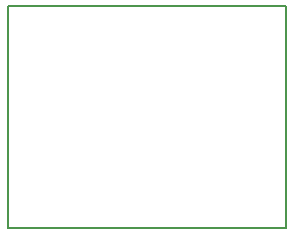
<source format=gbr>
G04 #@! TF.FileFunction,Profile,NP*
%FSLAX46Y46*%
G04 Gerber Fmt 4.6, Leading zero omitted, Abs format (unit mm)*
G04 Created by KiCad (PCBNEW 4.0.7) date 07/15/18 12:38:24*
%MOMM*%
%LPD*%
G01*
G04 APERTURE LIST*
%ADD10C,0.100000*%
%ADD11C,0.150000*%
G04 APERTURE END LIST*
D10*
D11*
X133664960Y-116286280D02*
X133664960Y-97566480D01*
X157246320Y-116286280D02*
X133664960Y-116286280D01*
X157246320Y-97566480D02*
X157246320Y-116286280D01*
X133664960Y-97566480D02*
X157246320Y-97566480D01*
M02*

</source>
